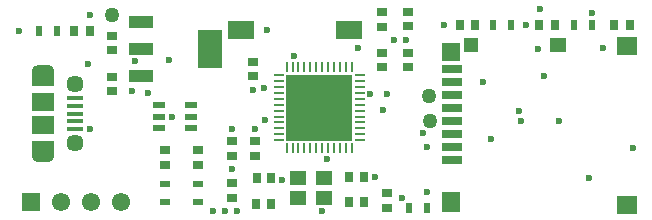
<source format=gts>
G04*
G04 #@! TF.GenerationSoftware,Altium Limited,Altium Designer,23.10.1 (27)*
G04*
G04 Layer_Color=8388736*
%FSLAX44Y44*%
%MOMM*%
G71*
G04*
G04 #@! TF.SameCoordinates,AB5FA82C-F65C-42C8-8390-C989D648E836*
G04*
G04*
G04 #@! TF.FilePolarity,Negative*
G04*
G01*
G75*
%ADD16C,0.5000*%
%ADD17R,1.6800X0.8000*%
%ADD18R,1.3000X1.2900*%
%ADD19R,1.5000X1.7000*%
%ADD20R,1.5000X1.6000*%
%ADD21R,1.4000X1.2900*%
%ADD22R,1.7000X1.5000*%
%ADD23R,0.6000X0.9000*%
%ADD24R,0.8000X0.9500*%
%ADD25R,0.9000X0.6000*%
%ADD26R,5.6000X5.6000*%
%ADD27R,0.8500X0.2500*%
%ADD28R,0.2500X0.8500*%
%ADD29R,2.1500X1.0000*%
%ADD30R,2.1500X3.2500*%
%ADD31R,0.9500X0.8000*%
%ADD32R,0.9000X0.7500*%
%ADD33R,0.7500X0.9000*%
%ADD34R,1.4000X1.2000*%
%ADD35R,2.1800X1.6000*%
%ADD36R,0.9779X0.5588*%
%ADD37R,1.3500X0.4000*%
%ADD38R,2.2000X1.6000*%
%ADD39R,1.9000X1.5000*%
%ADD40R,1.5500X1.5500*%
%ADD41C,1.5500*%
%ADD42C,1.4500*%
%ADD43C,0.6000*%
%ADD44C,0.5000*%
%ADD45C,1.2700*%
G36*
X333350Y947140D02*
X314350D01*
Y960140D01*
X333350D01*
Y947140D01*
D02*
G37*
G36*
X328350Y942140D02*
X319350Y942140D01*
Y947140D01*
X328350D01*
Y942140D01*
D02*
G37*
G36*
X328350Y1019140D02*
X319350D01*
Y1024140D01*
X328350Y1024140D01*
Y1019140D01*
D02*
G37*
G36*
X333350Y1006140D02*
X314350D01*
Y1019140D01*
X333350D01*
Y1006140D01*
D02*
G37*
D16*
X321850Y1019140D02*
G03*
X321850Y1019140I-2500J0D01*
G01*
X330850D02*
G03*
X330850Y1019140I-2500J0D01*
G01*
X321850Y947140D02*
G03*
X321850Y947140I-2500J0D01*
G01*
X330850D02*
G03*
X330850Y947140I-2500J0D01*
G01*
D17*
X670370Y976820D02*
D03*
Y998820D02*
D03*
Y965820D02*
D03*
Y1009820D02*
D03*
Y987820D02*
D03*
Y954820D02*
D03*
Y943820D02*
D03*
Y1020820D02*
D03*
D18*
X685970Y1041370D02*
D03*
D19*
X669470Y908320D02*
D03*
D20*
Y1034920D02*
D03*
D21*
X759970Y1041370D02*
D03*
D22*
X817970Y1040320D02*
D03*
Y905320D02*
D03*
D23*
X633600Y902970D02*
D03*
X648600D02*
D03*
X773550Y1057910D02*
D03*
X788550D02*
D03*
X704970D02*
D03*
X719970D02*
D03*
X335410Y1052830D02*
D03*
X320410D02*
D03*
D24*
X757070Y1057910D02*
D03*
X744070D02*
D03*
X820570D02*
D03*
X676760D02*
D03*
X363370Y1052830D02*
D03*
X350370D02*
D03*
X689760Y1057910D02*
D03*
X807570D02*
D03*
D25*
X454660Y923290D02*
D03*
Y908290D02*
D03*
X426720Y923410D02*
D03*
Y908410D02*
D03*
D26*
X557530Y988060D02*
D03*
D27*
X523280Y960560D02*
D03*
Y965560D02*
D03*
Y970560D02*
D03*
Y975560D02*
D03*
Y980560D02*
D03*
Y985560D02*
D03*
Y990560D02*
D03*
Y995560D02*
D03*
Y1000560D02*
D03*
Y1005560D02*
D03*
Y1010560D02*
D03*
Y1015560D02*
D03*
X591780D02*
D03*
Y1010560D02*
D03*
Y1005560D02*
D03*
Y1000560D02*
D03*
Y995560D02*
D03*
Y990560D02*
D03*
Y985560D02*
D03*
Y980560D02*
D03*
Y975560D02*
D03*
Y970560D02*
D03*
Y965560D02*
D03*
Y960560D02*
D03*
D28*
X530030Y1022310D02*
D03*
X535030D02*
D03*
X540030D02*
D03*
X545030D02*
D03*
X550030D02*
D03*
X555030D02*
D03*
X560030D02*
D03*
X565030D02*
D03*
X570030D02*
D03*
X575030D02*
D03*
X580030D02*
D03*
X585030D02*
D03*
Y953810D02*
D03*
X580030D02*
D03*
X575030D02*
D03*
X570030D02*
D03*
X565030D02*
D03*
X560030D02*
D03*
X555030D02*
D03*
X550030D02*
D03*
X545030D02*
D03*
X540030D02*
D03*
X535030D02*
D03*
X530030D02*
D03*
D29*
X406360Y1060590D02*
D03*
Y1037590D02*
D03*
Y1014590D02*
D03*
D30*
X464860Y1037590D02*
D03*
D31*
X610870Y1069490D02*
D03*
X502920Y947270D02*
D03*
X483870D02*
D03*
X426720Y952650D02*
D03*
X483870Y924710D02*
D03*
Y911710D02*
D03*
X502920Y960270D02*
D03*
X483870D02*
D03*
X454660Y952650D02*
D03*
X614680Y915820D02*
D03*
X610870Y1056490D02*
D03*
X454660Y939650D02*
D03*
X614680Y902820D02*
D03*
X426720Y939650D02*
D03*
D32*
X501650Y1027080D02*
D03*
X610870Y1022700D02*
D03*
X382270Y1036670D02*
D03*
X632460Y1056990D02*
D03*
Y1034700D02*
D03*
X610870D02*
D03*
X501650Y1015080D02*
D03*
X382270Y1048670D02*
D03*
Y1002380D02*
D03*
X632460Y1022700D02*
D03*
Y1068990D02*
D03*
X382270Y1014380D02*
D03*
D33*
X583280Y929640D02*
D03*
X516890Y928370D02*
D03*
X595280Y929640D02*
D03*
Y908050D02*
D03*
X504890Y928370D02*
D03*
X504540Y906780D02*
D03*
X583280Y908050D02*
D03*
X516540Y906780D02*
D03*
D34*
X561340Y911370D02*
D03*
X539340Y928370D02*
D03*
X561340D02*
D03*
X539340Y911370D02*
D03*
D35*
X491260Y1054100D02*
D03*
D36*
X421958Y980440D02*
D03*
X449263Y970940D02*
D03*
Y989940D02*
D03*
X421958D02*
D03*
Y970940D02*
D03*
X449263Y980440D02*
D03*
D37*
X350850Y970140D02*
D03*
Y996140D02*
D03*
Y989640D02*
D03*
Y983140D02*
D03*
Y976640D02*
D03*
D38*
X583160Y1054100D02*
D03*
D39*
X323850Y993140D02*
D03*
Y973140D02*
D03*
D40*
X313690Y908050D02*
D03*
D41*
X339090D02*
D03*
X389890D02*
D03*
X364490D02*
D03*
D42*
X350850Y958140D02*
D03*
Y1008140D02*
D03*
D43*
X627380Y911860D02*
D03*
X601030Y999490D02*
D03*
X611677Y985983D02*
D03*
X536133Y1031560D02*
D03*
X563880Y944560D02*
D03*
X703305Y961470D02*
D03*
X797560Y1038860D02*
D03*
X742950Y1037590D02*
D03*
X822960Y953770D02*
D03*
X430530Y1028700D02*
D03*
X401320Y1027430D02*
D03*
X412750Y1000760D02*
D03*
X511810Y977900D02*
D03*
X483870Y935990D02*
D03*
X525780Y927100D02*
D03*
X788421Y1068390D02*
D03*
X732790Y1057910D02*
D03*
X621030Y1045210D02*
D03*
X631190D02*
D03*
X648600Y916299D02*
D03*
X604520Y929640D02*
D03*
X560070Y900430D02*
D03*
X513080Y1054100D02*
D03*
X501650Y1003300D02*
D03*
X303530Y1052830D02*
D03*
X398780Y1002030D02*
D03*
X487680Y900430D02*
D03*
X477520D02*
D03*
X433070Y980440D02*
D03*
X363220Y970280D02*
D03*
X467360Y900430D02*
D03*
X502920Y970280D02*
D03*
X483870D02*
D03*
X510540Y1004570D02*
D03*
X662940Y1057910D02*
D03*
X614680Y999410D02*
D03*
X744220Y1071880D02*
D03*
X748030Y1014730D02*
D03*
X726440Y985520D02*
D03*
X645160Y966470D02*
D03*
X695960Y1009650D02*
D03*
X728101Y976630D02*
D03*
X760730D02*
D03*
X648970Y955040D02*
D03*
X786130Y928370D02*
D03*
X590550Y1038860D02*
D03*
X363220Y1066800D02*
D03*
X361950Y1024890D02*
D03*
D44*
X579530Y1010060D02*
D03*
Y999060D02*
D03*
Y988060D02*
D03*
Y977060D02*
D03*
Y966060D02*
D03*
X568530Y1010060D02*
D03*
Y999060D02*
D03*
Y988060D02*
D03*
Y977060D02*
D03*
Y966060D02*
D03*
X557530Y1010060D02*
D03*
Y999060D02*
D03*
Y988060D02*
D03*
Y977060D02*
D03*
Y966060D02*
D03*
X546530Y1010060D02*
D03*
Y999060D02*
D03*
Y988060D02*
D03*
Y977060D02*
D03*
Y966060D02*
D03*
X535530Y1010060D02*
D03*
Y999060D02*
D03*
Y988060D02*
D03*
Y977060D02*
D03*
Y966060D02*
D03*
D45*
X651510Y976630D02*
D03*
X650240Y998220D02*
D03*
X382270Y1066800D02*
D03*
M02*

</source>
